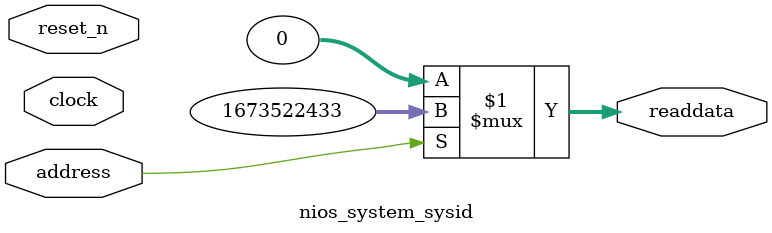
<source format=v>



// synthesis translate_off
`timescale 1ns / 1ps
// synthesis translate_on

// turn off superfluous verilog processor warnings 
// altera message_level Level1 
// altera message_off 10034 10035 10036 10037 10230 10240 10030 

module nios_system_sysid (
               // inputs:
                address,
                clock,
                reset_n,

               // outputs:
                readdata
             )
;

  output  [ 31: 0] readdata;
  input            address;
  input            clock;
  input            reset_n;

  wire    [ 31: 0] readdata;
  //control_slave, which is an e_avalon_slave
  assign readdata = address ? 1673522433 : 0;

endmodule



</source>
